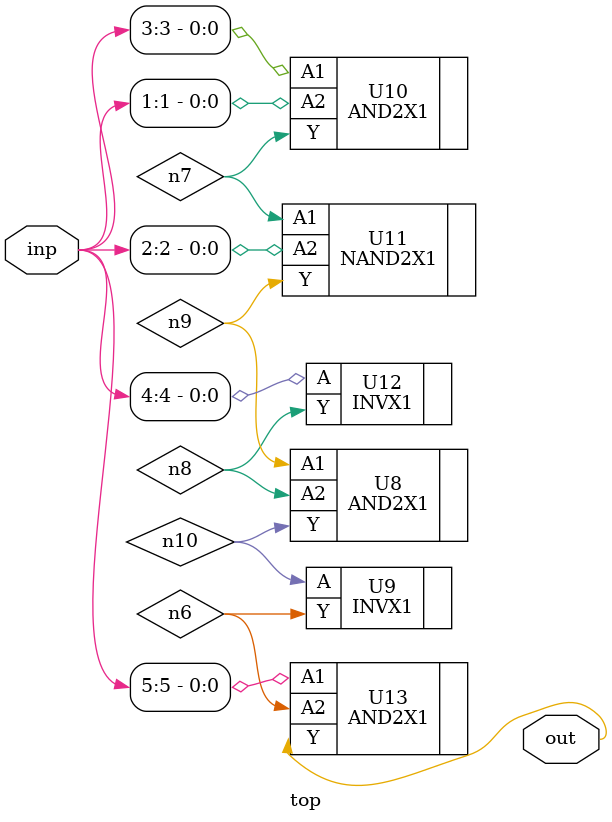
<source format=sv>


module top ( inp, out );
  input [5:0] inp;
  output out;
  wire   n6, n7, n8, n9, n10;

  AND2X1 U8 ( .A1(n9), .A2(n8), .Y(n10) );
  INVX1 U9 ( .A(n10), .Y(n6) );
  AND2X1 U10 ( .A1(inp[3]), .A2(inp[1]), .Y(n7) );
  NAND2X1 U11 ( .A1(n7), .A2(inp[2]), .Y(n9) );
  INVX1 U12 ( .A(inp[4]), .Y(n8) );
  AND2X1 U13 ( .A1(inp[5]), .A2(n6), .Y(out) );
endmodule


</source>
